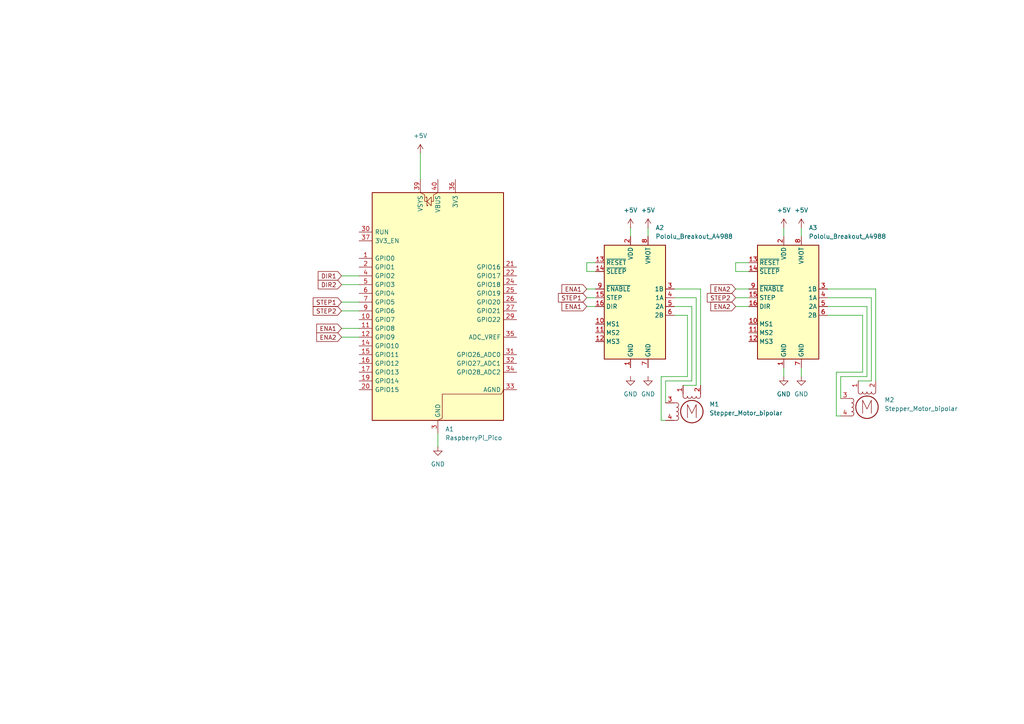
<source format=kicad_sch>
(kicad_sch
	(version 20250114)
	(generator "eeschema")
	(generator_version "9.0")
	(uuid "78040056-c48f-41a6-9f3a-62414e5d9f6d")
	(paper "A4")
	(lib_symbols
		(symbol "Driver_Motor:Pololu_Breakout_A4988"
			(exclude_from_sim no)
			(in_bom yes)
			(on_board yes)
			(property "Reference" "A"
				(at -2.54 19.05 0)
				(effects
					(font
						(size 1.27 1.27)
					)
					(justify right)
				)
			)
			(property "Value" "Pololu_Breakout_A4988"
				(at -2.54 16.51 0)
				(effects
					(font
						(size 1.27 1.27)
					)
					(justify right)
				)
			)
			(property "Footprint" "Module:Pololu_Breakout-16_15.2x20.3mm"
				(at 6.985 -19.05 0)
				(effects
					(font
						(size 1.27 1.27)
					)
					(justify left)
					(hide yes)
				)
			)
			(property "Datasheet" "https://www.pololu.com/product/2980/pictures"
				(at 2.54 -7.62 0)
				(effects
					(font
						(size 1.27 1.27)
					)
					(hide yes)
				)
			)
			(property "Description" "Pololu Breakout Board, Stepper Driver A4988"
				(at 0 0 0)
				(effects
					(font
						(size 1.27 1.27)
					)
					(hide yes)
				)
			)
			(property "ki_keywords" "Pololu Breakout Board Stepper Driver A4988"
				(at 0 0 0)
				(effects
					(font
						(size 1.27 1.27)
					)
					(hide yes)
				)
			)
			(property "ki_fp_filters" "Pololu*Breakout*15.2x20.3mm*"
				(at 0 0 0)
				(effects
					(font
						(size 1.27 1.27)
					)
					(hide yes)
				)
			)
			(symbol "Pololu_Breakout_A4988_0_1"
				(rectangle
					(start 10.16 -17.78)
					(end -7.62 15.24)
					(stroke
						(width 0.254)
						(type default)
					)
					(fill
						(type background)
					)
				)
			)
			(symbol "Pololu_Breakout_A4988_1_1"
				(pin input line
					(at -10.16 10.16 0)
					(length 2.54)
					(name "~{RESET}"
						(effects
							(font
								(size 1.27 1.27)
							)
						)
					)
					(number "13"
						(effects
							(font
								(size 1.27 1.27)
							)
						)
					)
				)
				(pin input line
					(at -10.16 7.62 0)
					(length 2.54)
					(name "~{SLEEP}"
						(effects
							(font
								(size 1.27 1.27)
							)
						)
					)
					(number "14"
						(effects
							(font
								(size 1.27 1.27)
							)
						)
					)
				)
				(pin input line
					(at -10.16 2.54 0)
					(length 2.54)
					(name "~{ENABLE}"
						(effects
							(font
								(size 1.27 1.27)
							)
						)
					)
					(number "9"
						(effects
							(font
								(size 1.27 1.27)
							)
						)
					)
				)
				(pin input line
					(at -10.16 0 0)
					(length 2.54)
					(name "STEP"
						(effects
							(font
								(size 1.27 1.27)
							)
						)
					)
					(number "15"
						(effects
							(font
								(size 1.27 1.27)
							)
						)
					)
				)
				(pin input line
					(at -10.16 -2.54 0)
					(length 2.54)
					(name "DIR"
						(effects
							(font
								(size 1.27 1.27)
							)
						)
					)
					(number "16"
						(effects
							(font
								(size 1.27 1.27)
							)
						)
					)
				)
				(pin input line
					(at -10.16 -7.62 0)
					(length 2.54)
					(name "MS1"
						(effects
							(font
								(size 1.27 1.27)
							)
						)
					)
					(number "10"
						(effects
							(font
								(size 1.27 1.27)
							)
						)
					)
				)
				(pin input line
					(at -10.16 -10.16 0)
					(length 2.54)
					(name "MS2"
						(effects
							(font
								(size 1.27 1.27)
							)
						)
					)
					(number "11"
						(effects
							(font
								(size 1.27 1.27)
							)
						)
					)
				)
				(pin input line
					(at -10.16 -12.7 0)
					(length 2.54)
					(name "MS3"
						(effects
							(font
								(size 1.27 1.27)
							)
						)
					)
					(number "12"
						(effects
							(font
								(size 1.27 1.27)
							)
						)
					)
				)
				(pin power_in line
					(at 0 17.78 270)
					(length 2.54)
					(name "VDD"
						(effects
							(font
								(size 1.27 1.27)
							)
						)
					)
					(number "2"
						(effects
							(font
								(size 1.27 1.27)
							)
						)
					)
				)
				(pin power_in line
					(at 0 -20.32 90)
					(length 2.54)
					(name "GND"
						(effects
							(font
								(size 1.27 1.27)
							)
						)
					)
					(number "1"
						(effects
							(font
								(size 1.27 1.27)
							)
						)
					)
				)
				(pin power_in line
					(at 5.08 17.78 270)
					(length 2.54)
					(name "VMOT"
						(effects
							(font
								(size 1.27 1.27)
							)
						)
					)
					(number "8"
						(effects
							(font
								(size 1.27 1.27)
							)
						)
					)
				)
				(pin power_in line
					(at 5.08 -20.32 90)
					(length 2.54)
					(name "GND"
						(effects
							(font
								(size 1.27 1.27)
							)
						)
					)
					(number "7"
						(effects
							(font
								(size 1.27 1.27)
							)
						)
					)
				)
				(pin output line
					(at 12.7 2.54 180)
					(length 2.54)
					(name "1B"
						(effects
							(font
								(size 1.27 1.27)
							)
						)
					)
					(number "3"
						(effects
							(font
								(size 1.27 1.27)
							)
						)
					)
				)
				(pin output line
					(at 12.7 0 180)
					(length 2.54)
					(name "1A"
						(effects
							(font
								(size 1.27 1.27)
							)
						)
					)
					(number "4"
						(effects
							(font
								(size 1.27 1.27)
							)
						)
					)
				)
				(pin output line
					(at 12.7 -2.54 180)
					(length 2.54)
					(name "2A"
						(effects
							(font
								(size 1.27 1.27)
							)
						)
					)
					(number "5"
						(effects
							(font
								(size 1.27 1.27)
							)
						)
					)
				)
				(pin output line
					(at 12.7 -5.08 180)
					(length 2.54)
					(name "2B"
						(effects
							(font
								(size 1.27 1.27)
							)
						)
					)
					(number "6"
						(effects
							(font
								(size 1.27 1.27)
							)
						)
					)
				)
			)
			(embedded_fonts no)
		)
		(symbol "MCU_Module:RaspberryPi_Pico"
			(pin_names
				(offset 0.762)
			)
			(exclude_from_sim no)
			(in_bom yes)
			(on_board yes)
			(property "Reference" "A"
				(at -19.05 35.56 0)
				(effects
					(font
						(size 1.27 1.27)
					)
					(justify left)
				)
			)
			(property "Value" "RaspberryPi_Pico"
				(at 7.62 35.56 0)
				(effects
					(font
						(size 1.27 1.27)
					)
					(justify left)
				)
			)
			(property "Footprint" "Module:RaspberryPi_Pico_Common_Unspecified"
				(at 0 -46.99 0)
				(effects
					(font
						(size 1.27 1.27)
					)
					(hide yes)
				)
			)
			(property "Datasheet" "https://datasheets.raspberrypi.com/pico/pico-datasheet.pdf"
				(at 0 -49.53 0)
				(effects
					(font
						(size 1.27 1.27)
					)
					(hide yes)
				)
			)
			(property "Description" "Versatile and inexpensive microcontroller module powered by RP2040 dual-core Arm Cortex-M0+ processor up to 133 MHz, 264kB SRAM, 2MB QSPI flash; also supports Raspberry Pi Pico 2"
				(at 0 -52.07 0)
				(effects
					(font
						(size 1.27 1.27)
					)
					(hide yes)
				)
			)
			(property "ki_keywords" "RP2350A M33 RISC-V Hazard3 usb"
				(at 0 0 0)
				(effects
					(font
						(size 1.27 1.27)
					)
					(hide yes)
				)
			)
			(property "ki_fp_filters" "RaspberryPi?Pico?Common* RaspberryPi?Pico?SMD*"
				(at 0 0 0)
				(effects
					(font
						(size 1.27 1.27)
					)
					(hide yes)
				)
			)
			(symbol "RaspberryPi_Pico_0_1"
				(rectangle
					(start -19.05 34.29)
					(end 19.05 -31.75)
					(stroke
						(width 0.254)
						(type default)
					)
					(fill
						(type background)
					)
				)
				(polyline
					(pts
						(xy -5.08 34.29) (xy -3.81 33.655) (xy -3.81 31.75) (xy -3.175 31.75)
					)
					(stroke
						(width 0)
						(type default)
					)
					(fill
						(type none)
					)
				)
				(polyline
					(pts
						(xy -3.429 32.766) (xy -3.429 33.02) (xy -3.175 33.02) (xy -3.175 30.48) (xy -2.921 30.48) (xy -2.921 30.734)
					)
					(stroke
						(width 0)
						(type default)
					)
					(fill
						(type none)
					)
				)
				(polyline
					(pts
						(xy -3.175 31.75) (xy -1.905 33.02) (xy -1.905 30.48) (xy -3.175 31.75)
					)
					(stroke
						(width 0)
						(type default)
					)
					(fill
						(type none)
					)
				)
				(polyline
					(pts
						(xy 0 34.29) (xy -1.27 33.655) (xy -1.27 31.75) (xy -1.905 31.75)
					)
					(stroke
						(width 0)
						(type default)
					)
					(fill
						(type none)
					)
				)
				(polyline
					(pts
						(xy 0 -31.75) (xy 1.27 -31.115) (xy 1.27 -24.13) (xy 18.415 -24.13) (xy 19.05 -22.86)
					)
					(stroke
						(width 0)
						(type default)
					)
					(fill
						(type none)
					)
				)
			)
			(symbol "RaspberryPi_Pico_1_1"
				(pin passive line
					(at -22.86 22.86 0)
					(length 3.81)
					(name "RUN"
						(effects
							(font
								(size 1.27 1.27)
							)
						)
					)
					(number "30"
						(effects
							(font
								(size 1.27 1.27)
							)
						)
					)
					(alternate "~{RESET}" passive line)
				)
				(pin passive line
					(at -22.86 20.32 0)
					(length 3.81)
					(name "3V3_EN"
						(effects
							(font
								(size 1.27 1.27)
							)
						)
					)
					(number "37"
						(effects
							(font
								(size 1.27 1.27)
							)
						)
					)
					(alternate "~{3V3_DISABLE}" passive line)
				)
				(pin bidirectional line
					(at -22.86 15.24 0)
					(length 3.81)
					(name "GPIO0"
						(effects
							(font
								(size 1.27 1.27)
							)
						)
					)
					(number "1"
						(effects
							(font
								(size 1.27 1.27)
							)
						)
					)
					(alternate "I2C0_SDA" bidirectional line)
					(alternate "PWM0_A" output line)
					(alternate "SPI0_RX" input line)
					(alternate "UART0_TX" output line)
					(alternate "USB_OVCUR_DET" input line)
				)
				(pin bidirectional line
					(at -22.86 12.7 0)
					(length 3.81)
					(name "GPIO1"
						(effects
							(font
								(size 1.27 1.27)
							)
						)
					)
					(number "2"
						(effects
							(font
								(size 1.27 1.27)
							)
						)
					)
					(alternate "I2C0_SCL" bidirectional clock)
					(alternate "PWM0_B" bidirectional line)
					(alternate "UART0_RX" input line)
					(alternate "USB_VBUS_DET" passive line)
					(alternate "~{SPI0_CSn}" bidirectional line)
				)
				(pin bidirectional line
					(at -22.86 10.16 0)
					(length 3.81)
					(name "GPIO2"
						(effects
							(font
								(size 1.27 1.27)
							)
						)
					)
					(number "4"
						(effects
							(font
								(size 1.27 1.27)
							)
						)
					)
					(alternate "I2C1_SDA" bidirectional line)
					(alternate "PWM1_A" output line)
					(alternate "SPI0_SCK" bidirectional clock)
					(alternate "UART0_CTS" input line)
					(alternate "USB_VBUS_EN" output line)
				)
				(pin bidirectional line
					(at -22.86 7.62 0)
					(length 3.81)
					(name "GPIO3"
						(effects
							(font
								(size 1.27 1.27)
							)
						)
					)
					(number "5"
						(effects
							(font
								(size 1.27 1.27)
							)
						)
					)
					(alternate "I2C1_SCL" bidirectional clock)
					(alternate "PWM1_B" bidirectional line)
					(alternate "SPI0_TX" output line)
					(alternate "UART0_RTS" output line)
					(alternate "USB_OVCUR_DET" input line)
				)
				(pin bidirectional line
					(at -22.86 5.08 0)
					(length 3.81)
					(name "GPIO4"
						(effects
							(font
								(size 1.27 1.27)
							)
						)
					)
					(number "6"
						(effects
							(font
								(size 1.27 1.27)
							)
						)
					)
					(alternate "I2C0_SDA" bidirectional line)
					(alternate "PWM2_A" output line)
					(alternate "SPI0_RX" input line)
					(alternate "UART1_TX" output line)
					(alternate "USB_VBUS_DET" input line)
				)
				(pin bidirectional line
					(at -22.86 2.54 0)
					(length 3.81)
					(name "GPIO5"
						(effects
							(font
								(size 1.27 1.27)
							)
						)
					)
					(number "7"
						(effects
							(font
								(size 1.27 1.27)
							)
						)
					)
					(alternate "I2C0_SCL" bidirectional clock)
					(alternate "PWM2_B" bidirectional line)
					(alternate "UART1_RX" input line)
					(alternate "USB_VBUS_EN" output line)
					(alternate "~{SPI0_CSn}" bidirectional line)
				)
				(pin bidirectional line
					(at -22.86 0 0)
					(length 3.81)
					(name "GPIO6"
						(effects
							(font
								(size 1.27 1.27)
							)
						)
					)
					(number "9"
						(effects
							(font
								(size 1.27 1.27)
							)
						)
					)
					(alternate "I2C1_SDA" bidirectional line)
					(alternate "PWM3_A" output line)
					(alternate "SPI0_SCK" bidirectional clock)
					(alternate "UART1_CTS" input line)
					(alternate "USB_OVCUR_DET" input line)
				)
				(pin bidirectional line
					(at -22.86 -2.54 0)
					(length 3.81)
					(name "GPIO7"
						(effects
							(font
								(size 1.27 1.27)
							)
						)
					)
					(number "10"
						(effects
							(font
								(size 1.27 1.27)
							)
						)
					)
					(alternate "I2C1_SCL" bidirectional clock)
					(alternate "PWM3_B" bidirectional line)
					(alternate "SPI0_TX" output line)
					(alternate "UART1_RTS" output line)
					(alternate "USB_VBUS_DET" input line)
				)
				(pin bidirectional line
					(at -22.86 -5.08 0)
					(length 3.81)
					(name "GPIO8"
						(effects
							(font
								(size 1.27 1.27)
							)
						)
					)
					(number "11"
						(effects
							(font
								(size 1.27 1.27)
							)
						)
					)
					(alternate "I2C0_SDA" bidirectional line)
					(alternate "PWM4_A" output line)
					(alternate "SPI1_RX" input line)
					(alternate "UART1_TX" output line)
					(alternate "USB_VBUS_EN" output line)
				)
				(pin bidirectional line
					(at -22.86 -7.62 0)
					(length 3.81)
					(name "GPIO9"
						(effects
							(font
								(size 1.27 1.27)
							)
						)
					)
					(number "12"
						(effects
							(font
								(size 1.27 1.27)
							)
						)
					)
					(alternate "I2C0_SCL" bidirectional clock)
					(alternate "PWM4_B" bidirectional line)
					(alternate "UART1_RX" input line)
					(alternate "USB_OVCUR_DET" input line)
					(alternate "~{SPI1_CSn}" bidirectional line)
				)
				(pin bidirectional line
					(at -22.86 -10.16 0)
					(length 3.81)
					(name "GPIO10"
						(effects
							(font
								(size 1.27 1.27)
							)
						)
					)
					(number "14"
						(effects
							(font
								(size 1.27 1.27)
							)
						)
					)
					(alternate "I2C1_SDA" bidirectional line)
					(alternate "PWM5_A" output line)
					(alternate "SPI1_SCK" bidirectional clock)
					(alternate "UART1_CTS" input line)
					(alternate "USB_VBUS_DET" input line)
				)
				(pin bidirectional line
					(at -22.86 -12.7 0)
					(length 3.81)
					(name "GPIO11"
						(effects
							(font
								(size 1.27 1.27)
							)
						)
					)
					(number "15"
						(effects
							(font
								(size 1.27 1.27)
							)
						)
					)
					(alternate "I2C1_SCL" bidirectional clock)
					(alternate "PWM5_B" bidirectional line)
					(alternate "SPI1_TX" output line)
					(alternate "UART1_RTS" output line)
					(alternate "USB_VBUS_EN" output line)
				)
				(pin bidirectional line
					(at -22.86 -15.24 0)
					(length 3.81)
					(name "GPIO12"
						(effects
							(font
								(size 1.27 1.27)
							)
						)
					)
					(number "16"
						(effects
							(font
								(size 1.27 1.27)
							)
						)
					)
					(alternate "I2C0_SDA" bidirectional line)
					(alternate "PWM6_A" output line)
					(alternate "SPI1_RX" input line)
					(alternate "UART0_TX" output line)
					(alternate "USB_OVCUR_DET" input line)
				)
				(pin bidirectional line
					(at -22.86 -17.78 0)
					(length 3.81)
					(name "GPIO13"
						(effects
							(font
								(size 1.27 1.27)
							)
						)
					)
					(number "17"
						(effects
							(font
								(size 1.27 1.27)
							)
						)
					)
					(alternate "I2C0_SCL" bidirectional clock)
					(alternate "PWM6_B" bidirectional line)
					(alternate "UART0_RX" input line)
					(alternate "USB_VBUS_DET" input line)
					(alternate "~{SPI1_CSn}" bidirectional line)
				)
				(pin bidirectional line
					(at -22.86 -20.32 0)
					(length 3.81)
					(name "GPIO14"
						(effects
							(font
								(size 1.27 1.27)
							)
						)
					)
					(number "19"
						(effects
							(font
								(size 1.27 1.27)
							)
						)
					)
					(alternate "I2C1_SDA" bidirectional line)
					(alternate "PWM7_A" output line)
					(alternate "SPI1_SCK" bidirectional clock)
					(alternate "UART0_CTS" input line)
					(alternate "USB_VBUS_EN" output line)
				)
				(pin bidirectional line
					(at -22.86 -22.86 0)
					(length 3.81)
					(name "GPIO15"
						(effects
							(font
								(size 1.27 1.27)
							)
						)
					)
					(number "20"
						(effects
							(font
								(size 1.27 1.27)
							)
						)
					)
					(alternate "I2C1_SCL" bidirectional clock)
					(alternate "PWM7_B" bidirectional line)
					(alternate "SPI1_TX" output line)
					(alternate "UART0_RTS" output line)
					(alternate "USB_OVCUR_DET" input line)
				)
				(pin power_in line
					(at -5.08 38.1 270)
					(length 3.81)
					(name "VSYS"
						(effects
							(font
								(size 1.27 1.27)
							)
						)
					)
					(number "39"
						(effects
							(font
								(size 1.27 1.27)
							)
						)
					)
					(alternate "VSYS_OUT" power_out line)
				)
				(pin power_out line
					(at 0 38.1 270)
					(length 3.81)
					(name "VBUS"
						(effects
							(font
								(size 1.27 1.27)
							)
						)
					)
					(number "40"
						(effects
							(font
								(size 1.27 1.27)
							)
						)
					)
					(alternate "VBUS_IN" power_in line)
				)
				(pin passive line
					(at 0 -35.56 90)
					(length 3.81)
					(hide yes)
					(name "GND"
						(effects
							(font
								(size 1.27 1.27)
							)
						)
					)
					(number "13"
						(effects
							(font
								(size 1.27 1.27)
							)
						)
					)
				)
				(pin passive line
					(at 0 -35.56 90)
					(length 3.81)
					(hide yes)
					(name "GND"
						(effects
							(font
								(size 1.27 1.27)
							)
						)
					)
					(number "18"
						(effects
							(font
								(size 1.27 1.27)
							)
						)
					)
				)
				(pin passive line
					(at 0 -35.56 90)
					(length 3.81)
					(hide yes)
					(name "GND"
						(effects
							(font
								(size 1.27 1.27)
							)
						)
					)
					(number "23"
						(effects
							(font
								(size 1.27 1.27)
							)
						)
					)
				)
				(pin passive line
					(at 0 -35.56 90)
					(length 3.81)
					(hide yes)
					(name "GND"
						(effects
							(font
								(size 1.27 1.27)
							)
						)
					)
					(number "28"
						(effects
							(font
								(size 1.27 1.27)
							)
						)
					)
				)
				(pin power_out line
					(at 0 -35.56 90)
					(length 3.81)
					(name "GND"
						(effects
							(font
								(size 1.27 1.27)
							)
						)
					)
					(number "3"
						(effects
							(font
								(size 1.27 1.27)
							)
						)
					)
					(alternate "GND_IN" power_in line)
				)
				(pin passive line
					(at 0 -35.56 90)
					(length 3.81)
					(hide yes)
					(name "GND"
						(effects
							(font
								(size 1.27 1.27)
							)
						)
					)
					(number "38"
						(effects
							(font
								(size 1.27 1.27)
							)
						)
					)
				)
				(pin passive line
					(at 0 -35.56 90)
					(length 3.81)
					(hide yes)
					(name "GND"
						(effects
							(font
								(size 1.27 1.27)
							)
						)
					)
					(number "8"
						(effects
							(font
								(size 1.27 1.27)
							)
						)
					)
				)
				(pin power_out line
					(at 5.08 38.1 270)
					(length 3.81)
					(name "3V3"
						(effects
							(font
								(size 1.27 1.27)
							)
						)
					)
					(number "36"
						(effects
							(font
								(size 1.27 1.27)
							)
						)
					)
				)
				(pin bidirectional line
					(at 22.86 12.7 180)
					(length 3.81)
					(name "GPIO16"
						(effects
							(font
								(size 1.27 1.27)
							)
						)
					)
					(number "21"
						(effects
							(font
								(size 1.27 1.27)
							)
						)
					)
					(alternate "I2C0_SDA" bidirectional line)
					(alternate "PWM0_A" output line)
					(alternate "SPI0_RX" input line)
					(alternate "UART0_TX" output line)
					(alternate "USB_VBUS_DET" input line)
				)
				(pin bidirectional line
					(at 22.86 10.16 180)
					(length 3.81)
					(name "GPIO17"
						(effects
							(font
								(size 1.27 1.27)
							)
						)
					)
					(number "22"
						(effects
							(font
								(size 1.27 1.27)
							)
						)
					)
					(alternate "I2C0_SCL" bidirectional clock)
					(alternate "PWM0_B" bidirectional line)
					(alternate "UART0_RX" input line)
					(alternate "USB_VBUS_EN" output line)
					(alternate "~{SPI0_CSn}" bidirectional line)
				)
				(pin bidirectional line
					(at 22.86 7.62 180)
					(length 3.81)
					(name "GPIO18"
						(effects
							(font
								(size 1.27 1.27)
							)
						)
					)
					(number "24"
						(effects
							(font
								(size 1.27 1.27)
							)
						)
					)
					(alternate "I2C1_SDA" bidirectional line)
					(alternate "PWM1_A" output line)
					(alternate "SPI0_SCK" bidirectional clock)
					(alternate "UART0_CTS" input line)
					(alternate "USB_OVCUR_DET" input line)
				)
				(pin bidirectional line
					(at 22.86 5.08 180)
					(length 3.81)
					(name "GPIO19"
						(effects
							(font
								(size 1.27 1.27)
							)
						)
					)
					(number "25"
						(effects
							(font
								(size 1.27 1.27)
							)
						)
					)
					(alternate "I2C1_SCL" bidirectional clock)
					(alternate "PWM1_B" bidirectional line)
					(alternate "SPI0_TX" output line)
					(alternate "UART0_RTS" output line)
					(alternate "USB_VBUS_DET" input line)
				)
				(pin bidirectional line
					(at 22.86 2.54 180)
					(length 3.81)
					(name "GPIO20"
						(effects
							(font
								(size 1.27 1.27)
							)
						)
					)
					(number "26"
						(effects
							(font
								(size 1.27 1.27)
							)
						)
					)
					(alternate "CLOCK_GPIN0" input clock)
					(alternate "I2C0_SDA" bidirectional line)
					(alternate "PWM2_A" output line)
					(alternate "SPI0_RX" input line)
					(alternate "UART1_TX" output line)
					(alternate "USB_VBUS_EN" output line)
				)
				(pin bidirectional line
					(at 22.86 0 180)
					(length 3.81)
					(name "GPIO21"
						(effects
							(font
								(size 1.27 1.27)
							)
						)
					)
					(number "27"
						(effects
							(font
								(size 1.27 1.27)
							)
						)
					)
					(alternate "CLOCK_GPOUT0" output clock)
					(alternate "I2C0_SCL" bidirectional clock)
					(alternate "PWM2_B" bidirectional line)
					(alternate "UART1_RX" input line)
					(alternate "USB_OVCUR_DET" input line)
					(alternate "~{SPI0_CSn}" bidirectional line)
				)
				(pin bidirectional line
					(at 22.86 -2.54 180)
					(length 3.81)
					(name "GPIO22"
						(effects
							(font
								(size 1.27 1.27)
							)
						)
					)
					(number "29"
						(effects
							(font
								(size 1.27 1.27)
							)
						)
					)
					(alternate "CLOCK_GPIN1" input clock)
					(alternate "I2C1_SDA" bidirectional line)
					(alternate "PWM3_A" output line)
					(alternate "SPI0_SCK" bidirectional clock)
					(alternate "UART1_CTS" input line)
					(alternate "USB_VBUS_DET" input line)
				)
				(pin power_in line
					(at 22.86 -7.62 180)
					(length 3.81)
					(name "ADC_VREF"
						(effects
							(font
								(size 1.27 1.27)
							)
						)
					)
					(number "35"
						(effects
							(font
								(size 1.27 1.27)
							)
						)
					)
				)
				(pin bidirectional line
					(at 22.86 -12.7 180)
					(length 3.81)
					(name "GPIO26_ADC0"
						(effects
							(font
								(size 1.27 1.27)
							)
						)
					)
					(number "31"
						(effects
							(font
								(size 1.27 1.27)
							)
						)
					)
					(alternate "ADC0" input line)
					(alternate "GPIO26" bidirectional line)
					(alternate "I2C1_SDA" bidirectional line)
					(alternate "PWM5_A" output line)
					(alternate "SPI1_SCK" bidirectional clock)
					(alternate "UART1_CTS" input line)
					(alternate "USB_VBUS_EN" output line)
				)
				(pin bidirectional line
					(at 22.86 -15.24 180)
					(length 3.81)
					(name "GPIO27_ADC1"
						(effects
							(font
								(size 1.27 1.27)
							)
						)
					)
					(number "32"
						(effects
							(font
								(size 1.27 1.27)
							)
						)
					)
					(alternate "ADC1" input line)
					(alternate "GPIO27" bidirectional line)
					(alternate "I2C1_SCL" bidirectional clock)
					(alternate "PWM5_B" bidirectional line)
					(alternate "SPI1_TX" output line)
					(alternate "UART1_RTS" output line)
					(alternate "USB_OVCUR_DET" input line)
				)
				(pin bidirectional line
					(at 22.86 -17.78 180)
					(length 3.81)
					(name "GPIO28_ADC2"
						(effects
							(font
								(size 1.27 1.27)
							)
						)
					)
					(number "34"
						(effects
							(font
								(size 1.27 1.27)
							)
						)
					)
					(alternate "ADC2" input line)
					(alternate "GPIO28" bidirectional line)
					(alternate "I2C0_SDA" bidirectional line)
					(alternate "PWM6_A" output line)
					(alternate "SPI1_RX" input line)
					(alternate "UART0_TX" output line)
					(alternate "USB_VBUS_DET" input line)
				)
				(pin power_out line
					(at 22.86 -22.86 180)
					(length 3.81)
					(name "AGND"
						(effects
							(font
								(size 1.27 1.27)
							)
						)
					)
					(number "33"
						(effects
							(font
								(size 1.27 1.27)
							)
						)
					)
					(alternate "GND" passive line)
				)
			)
			(embedded_fonts no)
		)
		(symbol "Motor:Stepper_Motor_bipolar"
			(pin_names
				(offset 0)
				(hide yes)
			)
			(exclude_from_sim no)
			(in_bom yes)
			(on_board yes)
			(property "Reference" "M"
				(at 3.81 2.54 0)
				(effects
					(font
						(size 1.27 1.27)
					)
					(justify left)
				)
			)
			(property "Value" "Stepper_Motor_bipolar"
				(at 3.81 1.27 0)
				(effects
					(font
						(size 1.27 1.27)
					)
					(justify left top)
				)
			)
			(property "Footprint" ""
				(at 0.254 -0.254 0)
				(effects
					(font
						(size 1.27 1.27)
					)
					(hide yes)
				)
			)
			(property "Datasheet" "http://www.infineon.com/dgdl/Application-Note-TLE8110EE_driving_UniPolarStepperMotor_V1.1.pdf?fileId=db3a30431be39b97011be5d0aa0a00b0"
				(at 0.254 -0.254 0)
				(effects
					(font
						(size 1.27 1.27)
					)
					(hide yes)
				)
			)
			(property "Description" "4-wire bipolar stepper motor"
				(at 0 0 0)
				(effects
					(font
						(size 1.27 1.27)
					)
					(hide yes)
				)
			)
			(property "ki_keywords" "bipolar stepper motor"
				(at 0 0 0)
				(effects
					(font
						(size 1.27 1.27)
					)
					(hide yes)
				)
			)
			(property "ki_fp_filters" "PinHeader*P2.54mm*Vertical* TerminalBlock* Motor*"
				(at 0 0 0)
				(effects
					(font
						(size 1.27 1.27)
					)
					(hide yes)
				)
			)
			(symbol "Stepper_Motor_bipolar_0_0"
				(polyline
					(pts
						(xy -1.27 -1.778) (xy -1.27 2.032) (xy 0 -0.508) (xy 1.27 2.032) (xy 1.27 -1.778)
					)
					(stroke
						(width 0)
						(type default)
					)
					(fill
						(type none)
					)
				)
			)
			(symbol "Stepper_Motor_bipolar_0_1"
				(polyline
					(pts
						(xy -5.08 2.54) (xy -4.445 2.54)
					)
					(stroke
						(width 0)
						(type default)
					)
					(fill
						(type none)
					)
				)
				(polyline
					(pts
						(xy -5.08 -2.54) (xy -4.445 -2.54)
					)
					(stroke
						(width 0)
						(type default)
					)
					(fill
						(type none)
					)
				)
				(arc
					(start -4.445 2.54)
					(mid -3.8127 1.905)
					(end -4.445 1.27)
					(stroke
						(width 0)
						(type default)
					)
					(fill
						(type none)
					)
				)
				(arc
					(start -4.445 1.27)
					(mid -3.8127 0.635)
					(end -4.445 0)
					(stroke
						(width 0)
						(type default)
					)
					(fill
						(type none)
					)
				)
				(arc
					(start -4.445 0)
					(mid -3.8127 -0.635)
					(end -4.445 -1.27)
					(stroke
						(width 0)
						(type default)
					)
					(fill
						(type none)
					)
				)
				(arc
					(start -4.445 -1.27)
					(mid -3.8127 -1.905)
					(end -4.445 -2.54)
					(stroke
						(width 0)
						(type default)
					)
					(fill
						(type none)
					)
				)
				(polyline
					(pts
						(xy -2.54 5.08) (xy -2.54 4.445)
					)
					(stroke
						(width 0)
						(type default)
					)
					(fill
						(type none)
					)
				)
				(arc
					(start -1.27 4.445)
					(mid -1.905 3.8127)
					(end -2.54 4.445)
					(stroke
						(width 0)
						(type default)
					)
					(fill
						(type none)
					)
				)
				(arc
					(start 0 4.445)
					(mid -0.635 3.8127)
					(end -1.27 4.445)
					(stroke
						(width 0)
						(type default)
					)
					(fill
						(type none)
					)
				)
				(circle
					(center 0 0)
					(radius 3.2512)
					(stroke
						(width 0.254)
						(type default)
					)
					(fill
						(type none)
					)
				)
				(arc
					(start 1.27 4.445)
					(mid 0.635 3.8127)
					(end 0 4.445)
					(stroke
						(width 0)
						(type default)
					)
					(fill
						(type none)
					)
				)
				(arc
					(start 2.54 4.445)
					(mid 1.905 3.8127)
					(end 1.27 4.445)
					(stroke
						(width 0)
						(type default)
					)
					(fill
						(type none)
					)
				)
				(polyline
					(pts
						(xy 2.54 5.08) (xy 2.54 4.445)
					)
					(stroke
						(width 0)
						(type default)
					)
					(fill
						(type none)
					)
				)
			)
			(symbol "Stepper_Motor_bipolar_1_1"
				(pin passive line
					(at -7.62 2.54 0)
					(length 2.54)
					(name "~"
						(effects
							(font
								(size 1.27 1.27)
							)
						)
					)
					(number "3"
						(effects
							(font
								(size 1.27 1.27)
							)
						)
					)
				)
				(pin passive line
					(at -7.62 -2.54 0)
					(length 2.54)
					(name "~"
						(effects
							(font
								(size 1.27 1.27)
							)
						)
					)
					(number "4"
						(effects
							(font
								(size 1.27 1.27)
							)
						)
					)
				)
				(pin passive line
					(at -2.54 7.62 270)
					(length 2.54)
					(name "~"
						(effects
							(font
								(size 1.27 1.27)
							)
						)
					)
					(number "1"
						(effects
							(font
								(size 1.27 1.27)
							)
						)
					)
				)
				(pin passive line
					(at 2.54 7.62 270)
					(length 2.54)
					(name "-"
						(effects
							(font
								(size 1.27 1.27)
							)
						)
					)
					(number "2"
						(effects
							(font
								(size 1.27 1.27)
							)
						)
					)
				)
			)
			(embedded_fonts no)
		)
		(symbol "power:+5V"
			(power)
			(pin_numbers
				(hide yes)
			)
			(pin_names
				(offset 0)
				(hide yes)
			)
			(exclude_from_sim no)
			(in_bom yes)
			(on_board yes)
			(property "Reference" "#PWR"
				(at 0 -3.81 0)
				(effects
					(font
						(size 1.27 1.27)
					)
					(hide yes)
				)
			)
			(property "Value" "+5V"
				(at 0 3.556 0)
				(effects
					(font
						(size 1.27 1.27)
					)
				)
			)
			(property "Footprint" ""
				(at 0 0 0)
				(effects
					(font
						(size 1.27 1.27)
					)
					(hide yes)
				)
			)
			(property "Datasheet" ""
				(at 0 0 0)
				(effects
					(font
						(size 1.27 1.27)
					)
					(hide yes)
				)
			)
			(property "Description" "Power symbol creates a global label with name \"+5V\""
				(at 0 0 0)
				(effects
					(font
						(size 1.27 1.27)
					)
					(hide yes)
				)
			)
			(property "ki_keywords" "global power"
				(at 0 0 0)
				(effects
					(font
						(size 1.27 1.27)
					)
					(hide yes)
				)
			)
			(symbol "+5V_0_1"
				(polyline
					(pts
						(xy -0.762 1.27) (xy 0 2.54)
					)
					(stroke
						(width 0)
						(type default)
					)
					(fill
						(type none)
					)
				)
				(polyline
					(pts
						(xy 0 2.54) (xy 0.762 1.27)
					)
					(stroke
						(width 0)
						(type default)
					)
					(fill
						(type none)
					)
				)
				(polyline
					(pts
						(xy 0 0) (xy 0 2.54)
					)
					(stroke
						(width 0)
						(type default)
					)
					(fill
						(type none)
					)
				)
			)
			(symbol "+5V_1_1"
				(pin power_in line
					(at 0 0 90)
					(length 0)
					(name "~"
						(effects
							(font
								(size 1.27 1.27)
							)
						)
					)
					(number "1"
						(effects
							(font
								(size 1.27 1.27)
							)
						)
					)
				)
			)
			(embedded_fonts no)
		)
		(symbol "power:GND"
			(power)
			(pin_numbers
				(hide yes)
			)
			(pin_names
				(offset 0)
				(hide yes)
			)
			(exclude_from_sim no)
			(in_bom yes)
			(on_board yes)
			(property "Reference" "#PWR"
				(at 0 -6.35 0)
				(effects
					(font
						(size 1.27 1.27)
					)
					(hide yes)
				)
			)
			(property "Value" "GND"
				(at 0 -3.81 0)
				(effects
					(font
						(size 1.27 1.27)
					)
				)
			)
			(property "Footprint" ""
				(at 0 0 0)
				(effects
					(font
						(size 1.27 1.27)
					)
					(hide yes)
				)
			)
			(property "Datasheet" ""
				(at 0 0 0)
				(effects
					(font
						(size 1.27 1.27)
					)
					(hide yes)
				)
			)
			(property "Description" "Power symbol creates a global label with name \"GND\" , ground"
				(at 0 0 0)
				(effects
					(font
						(size 1.27 1.27)
					)
					(hide yes)
				)
			)
			(property "ki_keywords" "global power"
				(at 0 0 0)
				(effects
					(font
						(size 1.27 1.27)
					)
					(hide yes)
				)
			)
			(symbol "GND_0_1"
				(polyline
					(pts
						(xy 0 0) (xy 0 -1.27) (xy 1.27 -1.27) (xy 0 -2.54) (xy -1.27 -1.27) (xy 0 -1.27)
					)
					(stroke
						(width 0)
						(type default)
					)
					(fill
						(type none)
					)
				)
			)
			(symbol "GND_1_1"
				(pin power_in line
					(at 0 0 270)
					(length 0)
					(name "~"
						(effects
							(font
								(size 1.27 1.27)
							)
						)
					)
					(number "1"
						(effects
							(font
								(size 1.27 1.27)
							)
						)
					)
				)
			)
			(embedded_fonts no)
		)
	)
	(wire
		(pts
			(xy 99.06 87.63) (xy 104.14 87.63)
		)
		(stroke
			(width 0)
			(type default)
		)
		(uuid "03146ff2-d762-49ca-9c74-0e67e0524c03")
	)
	(wire
		(pts
			(xy 252.73 110.49) (xy 248.92 110.49)
		)
		(stroke
			(width 0)
			(type default)
		)
		(uuid "062bef75-21e5-49aa-9021-c7e325f15173")
	)
	(wire
		(pts
			(xy 170.18 86.36) (xy 172.72 86.36)
		)
		(stroke
			(width 0)
			(type default)
		)
		(uuid "0f749a44-de23-405a-8e60-3d3e5628d622")
	)
	(wire
		(pts
			(xy 170.18 83.82) (xy 172.72 83.82)
		)
		(stroke
			(width 0)
			(type default)
		)
		(uuid "112fc8bf-ed0a-49f3-bfa1-19e80509a256")
	)
	(wire
		(pts
			(xy 170.18 88.9) (xy 172.72 88.9)
		)
		(stroke
			(width 0)
			(type default)
		)
		(uuid "17b22279-f24c-47dc-9968-ee72197bcecf")
	)
	(wire
		(pts
			(xy 232.41 106.68) (xy 232.41 109.22)
		)
		(stroke
			(width 0)
			(type default)
		)
		(uuid "235fe36f-b6a3-4333-a53f-7e50b162b82a")
	)
	(wire
		(pts
			(xy 195.58 86.36) (xy 201.93 86.36)
		)
		(stroke
			(width 0)
			(type default)
		)
		(uuid "2a069ef8-9d11-4b83-bbf6-23bb5f702567")
	)
	(wire
		(pts
			(xy 182.88 66.04) (xy 182.88 68.58)
		)
		(stroke
			(width 0)
			(type default)
		)
		(uuid "3285f521-b976-4768-8f25-80b055116594")
	)
	(wire
		(pts
			(xy 227.33 66.04) (xy 227.33 68.58)
		)
		(stroke
			(width 0)
			(type default)
		)
		(uuid "3842df3d-ad74-406b-99b7-f8a11292cac6")
	)
	(wire
		(pts
			(xy 199.39 109.22) (xy 191.77 109.22)
		)
		(stroke
			(width 0)
			(type default)
		)
		(uuid "3a79551e-c68e-4751-9d6f-02aba46b40a9")
	)
	(wire
		(pts
			(xy 240.03 88.9) (xy 251.46 88.9)
		)
		(stroke
			(width 0)
			(type default)
		)
		(uuid "45329afc-fedd-438a-aa17-cbb50005a451")
	)
	(wire
		(pts
			(xy 227.33 106.68) (xy 227.33 109.22)
		)
		(stroke
			(width 0)
			(type default)
		)
		(uuid "46d88a78-d404-492a-b71d-c41ea63058fe")
	)
	(wire
		(pts
			(xy 251.46 109.22) (xy 243.84 109.22)
		)
		(stroke
			(width 0)
			(type default)
		)
		(uuid "47732041-fe42-4901-837b-b4ace4a878bd")
	)
	(wire
		(pts
			(xy 250.19 107.95) (xy 242.57 107.95)
		)
		(stroke
			(width 0)
			(type default)
		)
		(uuid "4be439e4-2aa0-4ead-b9f0-e06a047130fb")
	)
	(wire
		(pts
			(xy 195.58 91.44) (xy 199.39 91.44)
		)
		(stroke
			(width 0)
			(type default)
		)
		(uuid "4efe5ca1-4f31-4bae-b607-f4cf86bab0d6")
	)
	(wire
		(pts
			(xy 243.84 109.22) (xy 243.84 115.57)
		)
		(stroke
			(width 0)
			(type default)
		)
		(uuid "54113e7c-30cb-4408-baca-ff07602ecf36")
	)
	(wire
		(pts
			(xy 240.03 83.82) (xy 254 83.82)
		)
		(stroke
			(width 0)
			(type default)
		)
		(uuid "5cbf5a91-8cec-4b4e-b08b-6dcd5438f312")
	)
	(wire
		(pts
			(xy 240.03 86.36) (xy 252.73 86.36)
		)
		(stroke
			(width 0)
			(type default)
		)
		(uuid "66a21a6b-a98b-484b-baa9-5b6a8ba4670b")
	)
	(wire
		(pts
			(xy 254 83.82) (xy 254 110.49)
		)
		(stroke
			(width 0)
			(type default)
		)
		(uuid "6a60f20e-344f-44cd-8729-cb93cadce234")
	)
	(wire
		(pts
			(xy 127 125.73) (xy 127 129.54)
		)
		(stroke
			(width 0)
			(type default)
		)
		(uuid "711a34d1-a0fe-4977-87ba-b0b788ed29de")
	)
	(wire
		(pts
			(xy 203.2 83.82) (xy 203.2 111.76)
		)
		(stroke
			(width 0)
			(type default)
		)
		(uuid "7619e3ac-2568-443b-b441-ee86b8b2dd35")
	)
	(wire
		(pts
			(xy 251.46 88.9) (xy 251.46 109.22)
		)
		(stroke
			(width 0)
			(type default)
		)
		(uuid "77bd5b64-97d3-4175-a72f-400424b035f4")
	)
	(wire
		(pts
			(xy 201.93 111.76) (xy 198.12 111.76)
		)
		(stroke
			(width 0)
			(type default)
		)
		(uuid "7c6793fd-8f99-49f4-bd3c-eb3d72cdc265")
	)
	(wire
		(pts
			(xy 250.19 91.44) (xy 250.19 107.95)
		)
		(stroke
			(width 0)
			(type default)
		)
		(uuid "81d06f34-ba9e-4d95-a77d-4f2162f1efee")
	)
	(wire
		(pts
			(xy 191.77 109.22) (xy 191.77 121.92)
		)
		(stroke
			(width 0)
			(type default)
		)
		(uuid "88818473-09f6-4703-825b-4fb2f5b5f6c4")
	)
	(wire
		(pts
			(xy 213.36 88.9) (xy 217.17 88.9)
		)
		(stroke
			(width 0)
			(type default)
		)
		(uuid "8f6d46ac-85f0-4b32-a056-01f28ce925c7")
	)
	(wire
		(pts
			(xy 213.36 86.36) (xy 217.17 86.36)
		)
		(stroke
			(width 0)
			(type default)
		)
		(uuid "91782dc0-412d-4760-9580-1ea1c246a69a")
	)
	(wire
		(pts
			(xy 99.06 95.25) (xy 104.14 95.25)
		)
		(stroke
			(width 0)
			(type default)
		)
		(uuid "93d953db-8bb7-4149-8278-a33a59947ab1")
	)
	(wire
		(pts
			(xy 121.92 44.45) (xy 121.92 52.07)
		)
		(stroke
			(width 0)
			(type default)
		)
		(uuid "96bfd172-e441-4340-a05a-74d74c8f3da5")
	)
	(wire
		(pts
			(xy 99.06 82.55) (xy 104.14 82.55)
		)
		(stroke
			(width 0)
			(type default)
		)
		(uuid "98bc4876-d8c2-4e9b-a92a-636b98c73dfa")
	)
	(wire
		(pts
			(xy 99.06 90.17) (xy 104.14 90.17)
		)
		(stroke
			(width 0)
			(type default)
		)
		(uuid "9d69198b-b45f-47a1-9026-ba9c2378588c")
	)
	(wire
		(pts
			(xy 195.58 88.9) (xy 200.66 88.9)
		)
		(stroke
			(width 0)
			(type default)
		)
		(uuid "a2565005-ff95-44e4-98ac-85b9d6df1beb")
	)
	(wire
		(pts
			(xy 232.41 66.04) (xy 232.41 68.58)
		)
		(stroke
			(width 0)
			(type default)
		)
		(uuid "a85b1ff9-37f4-4327-907b-d2572f3e7140")
	)
	(wire
		(pts
			(xy 242.57 107.95) (xy 242.57 120.65)
		)
		(stroke
			(width 0)
			(type default)
		)
		(uuid "abeac88b-64e5-403f-95cc-785c0c30c8c5")
	)
	(wire
		(pts
			(xy 200.66 110.49) (xy 193.04 110.49)
		)
		(stroke
			(width 0)
			(type default)
		)
		(uuid "b80a6292-afc6-47e6-91a7-3ea9be6cbb43")
	)
	(wire
		(pts
			(xy 213.36 76.2) (xy 213.36 78.74)
		)
		(stroke
			(width 0)
			(type default)
		)
		(uuid "bbcf552a-2a25-4307-9b96-88384ac011ce")
	)
	(wire
		(pts
			(xy 240.03 91.44) (xy 250.19 91.44)
		)
		(stroke
			(width 0)
			(type default)
		)
		(uuid "bce15c57-c80d-444b-8471-06e696229136")
	)
	(wire
		(pts
			(xy 217.17 76.2) (xy 213.36 76.2)
		)
		(stroke
			(width 0)
			(type default)
		)
		(uuid "d0df5782-5ca3-4bb1-b516-3d517e45b8b3")
	)
	(wire
		(pts
			(xy 200.66 88.9) (xy 200.66 110.49)
		)
		(stroke
			(width 0)
			(type default)
		)
		(uuid "d28dcc99-19d8-4cfc-88b9-7d6c3f08917e")
	)
	(wire
		(pts
			(xy 99.06 97.79) (xy 104.14 97.79)
		)
		(stroke
			(width 0)
			(type default)
		)
		(uuid "d644b3d0-1815-4cf4-8f73-55ce2fe60975")
	)
	(wire
		(pts
			(xy 187.96 66.04) (xy 187.96 68.58)
		)
		(stroke
			(width 0)
			(type default)
		)
		(uuid "d873e868-c7b3-41d3-b432-228b49fac609")
	)
	(wire
		(pts
			(xy 242.57 120.65) (xy 243.84 120.65)
		)
		(stroke
			(width 0)
			(type default)
		)
		(uuid "d9a61423-b188-434f-b753-31cdc5558e29")
	)
	(wire
		(pts
			(xy 170.18 78.74) (xy 170.18 76.2)
		)
		(stroke
			(width 0)
			(type default)
		)
		(uuid "d9c2cb15-32d1-46a0-aaa2-34c81e362eb7")
	)
	(wire
		(pts
			(xy 195.58 83.82) (xy 203.2 83.82)
		)
		(stroke
			(width 0)
			(type default)
		)
		(uuid "dda8ad00-fd4a-4f92-b190-87db9ac38e8e")
	)
	(wire
		(pts
			(xy 193.04 110.49) (xy 193.04 116.84)
		)
		(stroke
			(width 0)
			(type default)
		)
		(uuid "dfae7c79-a768-4051-a1a4-da7faa3b342a")
	)
	(wire
		(pts
			(xy 213.36 83.82) (xy 217.17 83.82)
		)
		(stroke
			(width 0)
			(type default)
		)
		(uuid "e091c192-30c1-4735-a53a-7960e3a0723c")
	)
	(wire
		(pts
			(xy 213.36 78.74) (xy 217.17 78.74)
		)
		(stroke
			(width 0)
			(type default)
		)
		(uuid "e2e6ceb2-b9de-42be-ab66-c67a9ee2338b")
	)
	(wire
		(pts
			(xy 191.77 121.92) (xy 193.04 121.92)
		)
		(stroke
			(width 0)
			(type default)
		)
		(uuid "e65c5fcc-f32d-43b2-a68c-6c879736c272")
	)
	(wire
		(pts
			(xy 99.06 80.01) (xy 104.14 80.01)
		)
		(stroke
			(width 0)
			(type default)
		)
		(uuid "e79003dc-8264-4476-bbde-f4fd1dfa3397")
	)
	(wire
		(pts
			(xy 199.39 91.44) (xy 199.39 109.22)
		)
		(stroke
			(width 0)
			(type default)
		)
		(uuid "ecbfc33d-b85e-4693-a624-5fdbefb52c92")
	)
	(wire
		(pts
			(xy 252.73 86.36) (xy 252.73 110.49)
		)
		(stroke
			(width 0)
			(type default)
		)
		(uuid "eedc48ab-acd7-4d66-bd30-abdacb0f452a")
	)
	(wire
		(pts
			(xy 172.72 78.74) (xy 170.18 78.74)
		)
		(stroke
			(width 0)
			(type default)
		)
		(uuid "f0fda6bd-e98d-4085-b3e5-936ac6cdcb2c")
	)
	(wire
		(pts
			(xy 201.93 86.36) (xy 201.93 111.76)
		)
		(stroke
			(width 0)
			(type default)
		)
		(uuid "fda6bca5-f102-4df3-be90-99003a4adceb")
	)
	(wire
		(pts
			(xy 170.18 76.2) (xy 172.72 76.2)
		)
		(stroke
			(width 0)
			(type default)
		)
		(uuid "ff846569-cfd4-406f-ba7b-6cdeff69a255")
	)
	(global_label "STEP2"
		(shape input)
		(at 99.06 90.17 180)
		(fields_autoplaced yes)
		(effects
			(font
				(size 1.27 1.27)
			)
			(justify right)
		)
		(uuid "04ca8598-d0a6-4a93-9346-f25c0212e6b6")
		(property "Intersheetrefs" "${INTERSHEET_REFS}"
			(at 90.2692 90.17 0)
			(effects
				(font
					(size 1.27 1.27)
				)
				(justify right)
				(hide yes)
			)
		)
	)
	(global_label "STEP2"
		(shape input)
		(at 213.36 86.36 180)
		(fields_autoplaced yes)
		(effects
			(font
				(size 1.27 1.27)
			)
			(justify right)
		)
		(uuid "12dc0015-798f-467a-8462-1d1e0ebf0f69")
		(property "Intersheetrefs" "${INTERSHEET_REFS}"
			(at 204.5692 86.36 0)
			(effects
				(font
					(size 1.27 1.27)
				)
				(justify right)
				(hide yes)
			)
		)
	)
	(global_label "ENA2"
		(shape input)
		(at 99.06 97.79 180)
		(fields_autoplaced yes)
		(effects
			(font
				(size 1.27 1.27)
			)
			(justify right)
		)
		(uuid "1d2842cf-9dbc-48a9-9bd9-3683e86fda9f")
		(property "Intersheetrefs" "${INTERSHEET_REFS}"
			(at 91.2972 97.79 0)
			(effects
				(font
					(size 1.27 1.27)
				)
				(justify right)
				(hide yes)
			)
		)
	)
	(global_label "STEP1"
		(shape input)
		(at 170.18 86.36 180)
		(fields_autoplaced yes)
		(effects
			(font
				(size 1.27 1.27)
			)
			(justify right)
		)
		(uuid "3e8ca1ac-87d5-4905-bbb9-e7e4e938b1d0")
		(property "Intersheetrefs" "${INTERSHEET_REFS}"
			(at 161.3892 86.36 0)
			(effects
				(font
					(size 1.27 1.27)
				)
				(justify right)
				(hide yes)
			)
		)
	)
	(global_label "DIR2"
		(shape input)
		(at 99.06 82.55 180)
		(fields_autoplaced yes)
		(effects
			(font
				(size 1.27 1.27)
			)
			(justify right)
		)
		(uuid "489ef757-a704-44eb-9042-f19f933fe3d2")
		(property "Intersheetrefs" "${INTERSHEET_REFS}"
			(at 91.7205 82.55 0)
			(effects
				(font
					(size 1.27 1.27)
				)
				(justify right)
				(hide yes)
			)
		)
	)
	(global_label "ENA2"
		(shape input)
		(at 213.36 88.9 180)
		(fields_autoplaced yes)
		(effects
			(font
				(size 1.27 1.27)
			)
			(justify right)
		)
		(uuid "5ed73301-7b19-481c-a8d0-cdfcde54b1fc")
		(property "Intersheetrefs" "${INTERSHEET_REFS}"
			(at 205.5972 88.9 0)
			(effects
				(font
					(size 1.27 1.27)
				)
				(justify right)
				(hide yes)
			)
		)
	)
	(global_label "ENA1"
		(shape input)
		(at 170.18 88.9 180)
		(fields_autoplaced yes)
		(effects
			(font
				(size 1.27 1.27)
			)
			(justify right)
		)
		(uuid "64a9b7b7-0393-4da3-b4f6-e55d9be06d7b")
		(property "Intersheetrefs" "${INTERSHEET_REFS}"
			(at 162.4172 88.9 0)
			(effects
				(font
					(size 1.27 1.27)
				)
				(justify right)
				(hide yes)
			)
		)
	)
	(global_label "ENA1"
		(shape input)
		(at 99.06 95.25 180)
		(fields_autoplaced yes)
		(effects
			(font
				(size 1.27 1.27)
			)
			(justify right)
		)
		(uuid "8735b85e-cdc3-4d08-a124-58ddc5e337a4")
		(property "Intersheetrefs" "${INTERSHEET_REFS}"
			(at 91.2972 95.25 0)
			(effects
				(font
					(size 1.27 1.27)
				)
				(justify right)
				(hide yes)
			)
		)
	)
	(global_label "ENA1"
		(shape input)
		(at 170.18 83.82 180)
		(fields_autoplaced yes)
		(effects
			(font
				(size 1.27 1.27)
			)
			(justify right)
		)
		(uuid "9317266b-f5a8-424c-88db-51bd1dec258a")
		(property "Intersheetrefs" "${INTERSHEET_REFS}"
			(at 162.4172 83.82 0)
			(effects
				(font
					(size 1.27 1.27)
				)
				(justify right)
				(hide yes)
			)
		)
	)
	(global_label "DIR1"
		(shape input)
		(at 99.06 80.01 180)
		(fields_autoplaced yes)
		(effects
			(font
				(size 1.27 1.27)
			)
			(justify right)
		)
		(uuid "af7b413d-d140-4c29-9275-1d7f7df9fef6")
		(property "Intersheetrefs" "${INTERSHEET_REFS}"
			(at 91.7205 80.01 0)
			(effects
				(font
					(size 1.27 1.27)
				)
				(justify right)
				(hide yes)
			)
		)
	)
	(global_label "ENA2"
		(shape input)
		(at 213.36 83.82 180)
		(fields_autoplaced yes)
		(effects
			(font
				(size 1.27 1.27)
			)
			(justify right)
		)
		(uuid "d2cb1073-cc72-4d0a-873c-f76d068d235a")
		(property "Intersheetrefs" "${INTERSHEET_REFS}"
			(at 205.5972 83.82 0)
			(effects
				(font
					(size 1.27 1.27)
				)
				(justify right)
				(hide yes)
			)
		)
	)
	(global_label "STEP1"
		(shape input)
		(at 99.06 87.63 180)
		(fields_autoplaced yes)
		(effects
			(font
				(size 1.27 1.27)
			)
			(justify right)
		)
		(uuid "f9ca5b33-83db-4364-a92f-3468c81e0d55")
		(property "Intersheetrefs" "${INTERSHEET_REFS}"
			(at 90.2692 87.63 0)
			(effects
				(font
					(size 1.27 1.27)
				)
				(justify right)
				(hide yes)
			)
		)
	)
	(symbol
		(lib_id "power:GND")
		(at 127 129.54 0)
		(unit 1)
		(exclude_from_sim no)
		(in_bom yes)
		(on_board yes)
		(dnp no)
		(fields_autoplaced yes)
		(uuid "224dda8c-a9f8-492f-9e72-ebbda0334447")
		(property "Reference" "#PWR02"
			(at 127 135.89 0)
			(effects
				(font
					(size 1.27 1.27)
				)
				(hide yes)
			)
		)
		(property "Value" "GND"
			(at 127 134.62 0)
			(effects
				(font
					(size 1.27 1.27)
				)
			)
		)
		(property "Footprint" ""
			(at 127 129.54 0)
			(effects
				(font
					(size 1.27 1.27)
				)
				(hide yes)
			)
		)
		(property "Datasheet" ""
			(at 127 129.54 0)
			(effects
				(font
					(size 1.27 1.27)
				)
				(hide yes)
			)
		)
		(property "Description" "Power symbol creates a global label with name \"GND\" , ground"
			(at 127 129.54 0)
			(effects
				(font
					(size 1.27 1.27)
				)
				(hide yes)
			)
		)
		(pin "1"
			(uuid "eeb762ed-eeb5-4fe8-8ccc-afcd055b3916")
		)
		(instances
			(project ""
				(path "/78040056-c48f-41a6-9f3a-62414e5d9f6d"
					(reference "#PWR02")
					(unit 1)
				)
			)
		)
	)
	(symbol
		(lib_id "power:+5V")
		(at 121.92 44.45 0)
		(unit 1)
		(exclude_from_sim no)
		(in_bom yes)
		(on_board yes)
		(dnp no)
		(fields_autoplaced yes)
		(uuid "6f0b8e63-78b8-4912-9a2f-7a3fe18fd89e")
		(property "Reference" "#PWR01"
			(at 121.92 48.26 0)
			(effects
				(font
					(size 1.27 1.27)
				)
				(hide yes)
			)
		)
		(property "Value" "+5V"
			(at 121.92 39.37 0)
			(effects
				(font
					(size 1.27 1.27)
				)
			)
		)
		(property "Footprint" ""
			(at 121.92 44.45 0)
			(effects
				(font
					(size 1.27 1.27)
				)
				(hide yes)
			)
		)
		(property "Datasheet" ""
			(at 121.92 44.45 0)
			(effects
				(font
					(size 1.27 1.27)
				)
				(hide yes)
			)
		)
		(property "Description" "Power symbol creates a global label with name \"+5V\""
			(at 121.92 44.45 0)
			(effects
				(font
					(size 1.27 1.27)
				)
				(hide yes)
			)
		)
		(pin "1"
			(uuid "3e83b8cc-acdc-48cd-a7c0-226036bac4e5")
		)
		(instances
			(project ""
				(path "/78040056-c48f-41a6-9f3a-62414e5d9f6d"
					(reference "#PWR01")
					(unit 1)
				)
			)
		)
	)
	(symbol
		(lib_id "power:GND")
		(at 232.41 109.22 0)
		(unit 1)
		(exclude_from_sim no)
		(in_bom yes)
		(on_board yes)
		(dnp no)
		(fields_autoplaced yes)
		(uuid "87e9ac8e-10be-477b-89c1-370fb4d9a7e6")
		(property "Reference" "#PWR010"
			(at 232.41 115.57 0)
			(effects
				(font
					(size 1.27 1.27)
				)
				(hide yes)
			)
		)
		(property "Value" "GND"
			(at 232.41 114.3 0)
			(effects
				(font
					(size 1.27 1.27)
				)
			)
		)
		(property "Footprint" ""
			(at 232.41 109.22 0)
			(effects
				(font
					(size 1.27 1.27)
				)
				(hide yes)
			)
		)
		(property "Datasheet" ""
			(at 232.41 109.22 0)
			(effects
				(font
					(size 1.27 1.27)
				)
				(hide yes)
			)
		)
		(property "Description" "Power symbol creates a global label with name \"GND\" , ground"
			(at 232.41 109.22 0)
			(effects
				(font
					(size 1.27 1.27)
				)
				(hide yes)
			)
		)
		(pin "1"
			(uuid "69b414d0-357b-4593-8892-ec49a546d751")
		)
		(instances
			(project "toilet"
				(path "/78040056-c48f-41a6-9f3a-62414e5d9f6d"
					(reference "#PWR010")
					(unit 1)
				)
			)
		)
	)
	(symbol
		(lib_id "power:GND")
		(at 227.33 109.22 0)
		(unit 1)
		(exclude_from_sim no)
		(in_bom yes)
		(on_board yes)
		(dnp no)
		(fields_autoplaced yes)
		(uuid "887eee70-05df-46be-b868-4370d3118272")
		(property "Reference" "#PWR09"
			(at 227.33 115.57 0)
			(effects
				(font
					(size 1.27 1.27)
				)
				(hide yes)
			)
		)
		(property "Value" "GND"
			(at 227.33 114.3 0)
			(effects
				(font
					(size 1.27 1.27)
				)
			)
		)
		(property "Footprint" ""
			(at 227.33 109.22 0)
			(effects
				(font
					(size 1.27 1.27)
				)
				(hide yes)
			)
		)
		(property "Datasheet" ""
			(at 227.33 109.22 0)
			(effects
				(font
					(size 1.27 1.27)
				)
				(hide yes)
			)
		)
		(property "Description" "Power symbol creates a global label with name \"GND\" , ground"
			(at 227.33 109.22 0)
			(effects
				(font
					(size 1.27 1.27)
				)
				(hide yes)
			)
		)
		(pin "1"
			(uuid "3ede5631-5d44-410b-9f12-3b86359939e0")
		)
		(instances
			(project "toilet"
				(path "/78040056-c48f-41a6-9f3a-62414e5d9f6d"
					(reference "#PWR09")
					(unit 1)
				)
			)
		)
	)
	(symbol
		(lib_id "Driver_Motor:Pololu_Breakout_A4988")
		(at 182.88 86.36 0)
		(unit 1)
		(exclude_from_sim no)
		(in_bom yes)
		(on_board yes)
		(dnp no)
		(fields_autoplaced yes)
		(uuid "8c73288d-5d3c-432f-9cf9-d3f51f7342a3")
		(property "Reference" "A2"
			(at 190.1033 66.04 0)
			(effects
				(font
					(size 1.27 1.27)
				)
				(justify left)
			)
		)
		(property "Value" "Pololu_Breakout_A4988"
			(at 190.1033 68.58 0)
			(effects
				(font
					(size 1.27 1.27)
				)
				(justify left)
			)
		)
		(property "Footprint" "Module:Pololu_Breakout-16_15.2x20.3mm"
			(at 189.865 105.41 0)
			(effects
				(font
					(size 1.27 1.27)
				)
				(justify left)
				(hide yes)
			)
		)
		(property "Datasheet" "https://www.pololu.com/product/2980/pictures"
			(at 185.42 93.98 0)
			(effects
				(font
					(size 1.27 1.27)
				)
				(hide yes)
			)
		)
		(property "Description" "Pololu Breakout Board, Stepper Driver A4988"
			(at 182.88 86.36 0)
			(effects
				(font
					(size 1.27 1.27)
				)
				(hide yes)
			)
		)
		(pin "5"
			(uuid "dee607e7-2574-4306-9b04-dcdc18bb1d9a")
		)
		(pin "13"
			(uuid "42afd4a1-8f13-4bfd-baa8-8f1b52e78a0f")
		)
		(pin "16"
			(uuid "f08ecb02-bec1-46eb-959a-4c4252de43f3")
		)
		(pin "3"
			(uuid "d133c0c2-f906-4a6d-b416-1fcd4d61d5ac")
		)
		(pin "10"
			(uuid "86aa1b65-e36d-4b20-9958-61364f9a5780")
		)
		(pin "7"
			(uuid "430588ae-b107-4c7b-aadb-51c3a64770ae")
		)
		(pin "15"
			(uuid "765dea70-0387-4d83-bfbd-fd65b20c6f22")
		)
		(pin "6"
			(uuid "33214129-425a-4001-ac1a-5b2c8b9ce45c")
		)
		(pin "1"
			(uuid "7ee6cba9-192b-4a70-9377-216797f82360")
		)
		(pin "2"
			(uuid "df174c05-df2c-4c86-b2eb-58839f12f0c3")
		)
		(pin "4"
			(uuid "80665366-2bfb-46e0-8d53-28cbb3d81b56")
		)
		(pin "14"
			(uuid "178e376a-af4f-488a-a647-cf4de0964f8d")
		)
		(pin "11"
			(uuid "06f1b581-9dc7-49c3-8522-af44d3c36096")
		)
		(pin "8"
			(uuid "66d0a22c-4f29-4c58-befc-cca2a03717a9")
		)
		(pin "12"
			(uuid "c54e0dd8-84b3-4976-8ff1-117f69c92cbe")
		)
		(pin "9"
			(uuid "cbf21a37-c192-4aa9-878e-67b19cc092f9")
		)
		(instances
			(project ""
				(path "/78040056-c48f-41a6-9f3a-62414e5d9f6d"
					(reference "A2")
					(unit 1)
				)
			)
		)
	)
	(symbol
		(lib_id "power:GND")
		(at 182.88 109.22 0)
		(unit 1)
		(exclude_from_sim no)
		(in_bom yes)
		(on_board yes)
		(dnp no)
		(fields_autoplaced yes)
		(uuid "92c83e99-7376-461c-9933-7e344cf8f034")
		(property "Reference" "#PWR07"
			(at 182.88 115.57 0)
			(effects
				(font
					(size 1.27 1.27)
				)
				(hide yes)
			)
		)
		(property "Value" "GND"
			(at 182.88 114.3 0)
			(effects
				(font
					(size 1.27 1.27)
				)
			)
		)
		(property "Footprint" ""
			(at 182.88 109.22 0)
			(effects
				(font
					(size 1.27 1.27)
				)
				(hide yes)
			)
		)
		(property "Datasheet" ""
			(at 182.88 109.22 0)
			(effects
				(font
					(size 1.27 1.27)
				)
				(hide yes)
			)
		)
		(property "Description" "Power symbol creates a global label with name \"GND\" , ground"
			(at 182.88 109.22 0)
			(effects
				(font
					(size 1.27 1.27)
				)
				(hide yes)
			)
		)
		(pin "1"
			(uuid "ca6e026d-92c1-4f2c-a091-b9ffcf537f54")
		)
		(instances
			(project "toilet"
				(path "/78040056-c48f-41a6-9f3a-62414e5d9f6d"
					(reference "#PWR07")
					(unit 1)
				)
			)
		)
	)
	(symbol
		(lib_id "power:GND")
		(at 187.96 109.22 0)
		(unit 1)
		(exclude_from_sim no)
		(in_bom yes)
		(on_board yes)
		(dnp no)
		(fields_autoplaced yes)
		(uuid "9b6432c7-c5c0-4dd4-852e-cdd772e61e6b")
		(property "Reference" "#PWR08"
			(at 187.96 115.57 0)
			(effects
				(font
					(size 1.27 1.27)
				)
				(hide yes)
			)
		)
		(property "Value" "GND"
			(at 187.96 114.3 0)
			(effects
				(font
					(size 1.27 1.27)
				)
			)
		)
		(property "Footprint" ""
			(at 187.96 109.22 0)
			(effects
				(font
					(size 1.27 1.27)
				)
				(hide yes)
			)
		)
		(property "Datasheet" ""
			(at 187.96 109.22 0)
			(effects
				(font
					(size 1.27 1.27)
				)
				(hide yes)
			)
		)
		(property "Description" "Power symbol creates a global label with name \"GND\" , ground"
			(at 187.96 109.22 0)
			(effects
				(font
					(size 1.27 1.27)
				)
				(hide yes)
			)
		)
		(pin "1"
			(uuid "0ef5d1ea-490b-4954-a4cd-83e82a5c223c")
		)
		(instances
			(project "toilet"
				(path "/78040056-c48f-41a6-9f3a-62414e5d9f6d"
					(reference "#PWR08")
					(unit 1)
				)
			)
		)
	)
	(symbol
		(lib_id "Driver_Motor:Pololu_Breakout_A4988")
		(at 227.33 86.36 0)
		(unit 1)
		(exclude_from_sim no)
		(in_bom yes)
		(on_board yes)
		(dnp no)
		(fields_autoplaced yes)
		(uuid "ae3d5cd8-8c03-426a-9c8f-85067c6d6e6c")
		(property "Reference" "A3"
			(at 234.5533 66.04 0)
			(effects
				(font
					(size 1.27 1.27)
				)
				(justify left)
			)
		)
		(property "Value" "Pololu_Breakout_A4988"
			(at 234.5533 68.58 0)
			(effects
				(font
					(size 1.27 1.27)
				)
				(justify left)
			)
		)
		(property "Footprint" "Module:Pololu_Breakout-16_15.2x20.3mm"
			(at 234.315 105.41 0)
			(effects
				(font
					(size 1.27 1.27)
				)
				(justify left)
				(hide yes)
			)
		)
		(property "Datasheet" "https://www.pololu.com/product/2980/pictures"
			(at 229.87 93.98 0)
			(effects
				(font
					(size 1.27 1.27)
				)
				(hide yes)
			)
		)
		(property "Description" "Pololu Breakout Board, Stepper Driver A4988"
			(at 227.33 86.36 0)
			(effects
				(font
					(size 1.27 1.27)
				)
				(hide yes)
			)
		)
		(pin "14"
			(uuid "35cf93ce-c12c-43f7-a83c-87ffd1617dbb")
		)
		(pin "1"
			(uuid "f1beba7b-962c-4436-b55f-2cb632376bb4")
		)
		(pin "12"
			(uuid "58112a2a-b152-4efa-9241-eec73e04b058")
		)
		(pin "15"
			(uuid "660dc36c-895f-4ceb-bd87-42c92dd15898")
		)
		(pin "16"
			(uuid "81ef48e2-569d-404c-af21-d2f57dd49d8e")
		)
		(pin "7"
			(uuid "58f6478d-bb3a-4118-a7d8-fa0a94581e94")
		)
		(pin "3"
			(uuid "f66e5e81-3659-45d4-8122-b56039d6c337")
		)
		(pin "8"
			(uuid "9e0e5fd5-782d-4ce2-9d97-6a5015ed97ae")
		)
		(pin "5"
			(uuid "072877ed-f6d7-4acf-9d51-68d2bab16b3d")
		)
		(pin "10"
			(uuid "2d480b37-ca98-4eac-8497-a28fb51b62b3")
		)
		(pin "9"
			(uuid "ef0955ae-d57e-4543-a955-e4e715c964c8")
		)
		(pin "2"
			(uuid "b283ee01-9501-464b-a2ea-1bd7fbc4ae96")
		)
		(pin "13"
			(uuid "b6357938-d508-444f-b544-8fadb015d80c")
		)
		(pin "11"
			(uuid "2ea0862c-d884-4d3d-b42e-9d58e0e759df")
		)
		(pin "4"
			(uuid "71020720-24ed-4042-9e44-34eafaa4b1d4")
		)
		(pin "6"
			(uuid "c5dc6c70-c864-4f56-acae-dca37556c01d")
		)
		(instances
			(project ""
				(path "/78040056-c48f-41a6-9f3a-62414e5d9f6d"
					(reference "A3")
					(unit 1)
				)
			)
		)
	)
	(symbol
		(lib_id "power:+5V")
		(at 232.41 66.04 0)
		(unit 1)
		(exclude_from_sim no)
		(in_bom yes)
		(on_board yes)
		(dnp no)
		(fields_autoplaced yes)
		(uuid "b0fa1c91-fcb7-4177-9b61-5c55dcc941bc")
		(property "Reference" "#PWR06"
			(at 232.41 69.85 0)
			(effects
				(font
					(size 1.27 1.27)
				)
				(hide yes)
			)
		)
		(property "Value" "+5V"
			(at 232.41 60.96 0)
			(effects
				(font
					(size 1.27 1.27)
				)
			)
		)
		(property "Footprint" ""
			(at 232.41 66.04 0)
			(effects
				(font
					(size 1.27 1.27)
				)
				(hide yes)
			)
		)
		(property "Datasheet" ""
			(at 232.41 66.04 0)
			(effects
				(font
					(size 1.27 1.27)
				)
				(hide yes)
			)
		)
		(property "Description" "Power symbol creates a global label with name \"+5V\""
			(at 232.41 66.04 0)
			(effects
				(font
					(size 1.27 1.27)
				)
				(hide yes)
			)
		)
		(pin "1"
			(uuid "d78af244-e26e-4610-825f-948c8d72adf4")
		)
		(instances
			(project "toilet"
				(path "/78040056-c48f-41a6-9f3a-62414e5d9f6d"
					(reference "#PWR06")
					(unit 1)
				)
			)
		)
	)
	(symbol
		(lib_id "Motor:Stepper_Motor_bipolar")
		(at 200.66 119.38 0)
		(unit 1)
		(exclude_from_sim no)
		(in_bom yes)
		(on_board yes)
		(dnp no)
		(fields_autoplaced yes)
		(uuid "b46ef1dc-9766-4a8d-966b-8db2ec7e46c2")
		(property "Reference" "M1"
			(at 205.74 117.259 0)
			(effects
				(font
					(size 1.27 1.27)
				)
				(justify left)
			)
		)
		(property "Value" "Stepper_Motor_bipolar"
			(at 205.74 119.799 0)
			(effects
				(font
					(size 1.27 1.27)
				)
				(justify left)
			)
		)
		(property "Footprint" ""
			(at 200.914 119.634 0)
			(effects
				(font
					(size 1.27 1.27)
				)
				(hide yes)
			)
		)
		(property "Datasheet" "http://www.infineon.com/dgdl/Application-Note-TLE8110EE_driving_UniPolarStepperMotor_V1.1.pdf?fileId=db3a30431be39b97011be5d0aa0a00b0"
			(at 200.914 119.634 0)
			(effects
				(font
					(size 1.27 1.27)
				)
				(hide yes)
			)
		)
		(property "Description" "4-wire bipolar stepper motor"
			(at 200.66 119.38 0)
			(effects
				(font
					(size 1.27 1.27)
				)
				(hide yes)
			)
		)
		(pin "3"
			(uuid "d3e12e40-c2b7-46ab-920d-84de1b430d74")
		)
		(pin "4"
			(uuid "ff32e8c1-e63e-4e88-b2f2-a1c63d50e4f6")
		)
		(pin "1"
			(uuid "90d81427-bd69-46db-8655-1d53710bc0b9")
		)
		(pin "2"
			(uuid "47f9e8a7-3c55-482a-87de-11df79bfe86a")
		)
		(instances
			(project ""
				(path "/78040056-c48f-41a6-9f3a-62414e5d9f6d"
					(reference "M1")
					(unit 1)
				)
			)
		)
	)
	(symbol
		(lib_id "power:+5V")
		(at 187.96 66.04 0)
		(unit 1)
		(exclude_from_sim no)
		(in_bom yes)
		(on_board yes)
		(dnp no)
		(fields_autoplaced yes)
		(uuid "d5aab434-3bd7-49bc-b0cb-40176d103a34")
		(property "Reference" "#PWR04"
			(at 187.96 69.85 0)
			(effects
				(font
					(size 1.27 1.27)
				)
				(hide yes)
			)
		)
		(property "Value" "+5V"
			(at 187.96 60.96 0)
			(effects
				(font
					(size 1.27 1.27)
				)
			)
		)
		(property "Footprint" ""
			(at 187.96 66.04 0)
			(effects
				(font
					(size 1.27 1.27)
				)
				(hide yes)
			)
		)
		(property "Datasheet" ""
			(at 187.96 66.04 0)
			(effects
				(font
					(size 1.27 1.27)
				)
				(hide yes)
			)
		)
		(property "Description" "Power symbol creates a global label with name \"+5V\""
			(at 187.96 66.04 0)
			(effects
				(font
					(size 1.27 1.27)
				)
				(hide yes)
			)
		)
		(pin "1"
			(uuid "af055e80-ee8e-40b4-87bc-47a9da0e5f94")
		)
		(instances
			(project "toilet"
				(path "/78040056-c48f-41a6-9f3a-62414e5d9f6d"
					(reference "#PWR04")
					(unit 1)
				)
			)
		)
	)
	(symbol
		(lib_id "power:+5V")
		(at 182.88 66.04 0)
		(unit 1)
		(exclude_from_sim no)
		(in_bom yes)
		(on_board yes)
		(dnp no)
		(fields_autoplaced yes)
		(uuid "dc66d842-2ac5-472f-bd9e-637dbfceab48")
		(property "Reference" "#PWR03"
			(at 182.88 69.85 0)
			(effects
				(font
					(size 1.27 1.27)
				)
				(hide yes)
			)
		)
		(property "Value" "+5V"
			(at 182.88 60.96 0)
			(effects
				(font
					(size 1.27 1.27)
				)
			)
		)
		(property "Footprint" ""
			(at 182.88 66.04 0)
			(effects
				(font
					(size 1.27 1.27)
				)
				(hide yes)
			)
		)
		(property "Datasheet" ""
			(at 182.88 66.04 0)
			(effects
				(font
					(size 1.27 1.27)
				)
				(hide yes)
			)
		)
		(property "Description" "Power symbol creates a global label with name \"+5V\""
			(at 182.88 66.04 0)
			(effects
				(font
					(size 1.27 1.27)
				)
				(hide yes)
			)
		)
		(pin "1"
			(uuid "eb6bd07b-7beb-43a9-a5f9-e170a06b0c43")
		)
		(instances
			(project "toilet"
				(path "/78040056-c48f-41a6-9f3a-62414e5d9f6d"
					(reference "#PWR03")
					(unit 1)
				)
			)
		)
	)
	(symbol
		(lib_id "Motor:Stepper_Motor_bipolar")
		(at 251.46 118.11 0)
		(unit 1)
		(exclude_from_sim no)
		(in_bom yes)
		(on_board yes)
		(dnp no)
		(fields_autoplaced yes)
		(uuid "dfc3473a-822d-46c3-987e-b73c11e71671")
		(property "Reference" "M2"
			(at 256.54 115.989 0)
			(effects
				(font
					(size 1.27 1.27)
				)
				(justify left)
			)
		)
		(property "Value" "Stepper_Motor_bipolar"
			(at 256.54 118.529 0)
			(effects
				(font
					(size 1.27 1.27)
				)
				(justify left)
			)
		)
		(property "Footprint" ""
			(at 251.714 118.364 0)
			(effects
				(font
					(size 1.27 1.27)
				)
				(hide yes)
			)
		)
		(property "Datasheet" "http://www.infineon.com/dgdl/Application-Note-TLE8110EE_driving_UniPolarStepperMotor_V1.1.pdf?fileId=db3a30431be39b97011be5d0aa0a00b0"
			(at 251.714 118.364 0)
			(effects
				(font
					(size 1.27 1.27)
				)
				(hide yes)
			)
		)
		(property "Description" "4-wire bipolar stepper motor"
			(at 251.46 118.11 0)
			(effects
				(font
					(size 1.27 1.27)
				)
				(hide yes)
			)
		)
		(pin "3"
			(uuid "87f37aa7-a704-4d34-ae03-cf69fbbd747a")
		)
		(pin "4"
			(uuid "1772a21b-7e76-4066-b8e8-1e2ba4cdca76")
		)
		(pin "1"
			(uuid "42b45150-76fc-465b-9db2-1c4446f04338")
		)
		(pin "2"
			(uuid "b11a4c30-9813-427f-b867-6a260abf2045")
		)
		(instances
			(project "toilet"
				(path "/78040056-c48f-41a6-9f3a-62414e5d9f6d"
					(reference "M2")
					(unit 1)
				)
			)
		)
	)
	(symbol
		(lib_id "power:+5V")
		(at 227.33 66.04 0)
		(unit 1)
		(exclude_from_sim no)
		(in_bom yes)
		(on_board yes)
		(dnp no)
		(fields_autoplaced yes)
		(uuid "e1c1718c-a4b2-4739-a936-bfa5f4c0df6d")
		(property "Reference" "#PWR05"
			(at 227.33 69.85 0)
			(effects
				(font
					(size 1.27 1.27)
				)
				(hide yes)
			)
		)
		(property "Value" "+5V"
			(at 227.33 60.96 0)
			(effects
				(font
					(size 1.27 1.27)
				)
			)
		)
		(property "Footprint" ""
			(at 227.33 66.04 0)
			(effects
				(font
					(size 1.27 1.27)
				)
				(hide yes)
			)
		)
		(property "Datasheet" ""
			(at 227.33 66.04 0)
			(effects
				(font
					(size 1.27 1.27)
				)
				(hide yes)
			)
		)
		(property "Description" "Power symbol creates a global label with name \"+5V\""
			(at 227.33 66.04 0)
			(effects
				(font
					(size 1.27 1.27)
				)
				(hide yes)
			)
		)
		(pin "1"
			(uuid "268243a3-764e-4432-8a71-3c35b5856b13")
		)
		(instances
			(project "toilet"
				(path "/78040056-c48f-41a6-9f3a-62414e5d9f6d"
					(reference "#PWR05")
					(unit 1)
				)
			)
		)
	)
	(symbol
		(lib_id "MCU_Module:RaspberryPi_Pico")
		(at 127 90.17 0)
		(unit 1)
		(exclude_from_sim no)
		(in_bom yes)
		(on_board yes)
		(dnp no)
		(fields_autoplaced yes)
		(uuid "ecfbc3ca-268b-4688-805a-07af58131c0e")
		(property "Reference" "A1"
			(at 129.1433 124.46 0)
			(effects
				(font
					(size 1.27 1.27)
				)
				(justify left)
			)
		)
		(property "Value" "RaspberryPi_Pico"
			(at 129.1433 127 0)
			(effects
				(font
					(size 1.27 1.27)
				)
				(justify left)
			)
		)
		(property "Footprint" "Module:RaspberryPi_Pico_Common_Unspecified"
			(at 127 137.16 0)
			(effects
				(font
					(size 1.27 1.27)
				)
				(hide yes)
			)
		)
		(property "Datasheet" "https://datasheets.raspberrypi.com/pico/pico-datasheet.pdf"
			(at 127 139.7 0)
			(effects
				(font
					(size 1.27 1.27)
				)
				(hide yes)
			)
		)
		(property "Description" "Versatile and inexpensive microcontroller module powered by RP2040 dual-core Arm Cortex-M0+ processor up to 133 MHz, 264kB SRAM, 2MB QSPI flash; also supports Raspberry Pi Pico 2"
			(at 127 142.24 0)
			(effects
				(font
					(size 1.27 1.27)
				)
				(hide yes)
			)
		)
		(pin "35"
			(uuid "592ad977-5d61-4c2c-83c2-a5bc45a36163")
		)
		(pin "33"
			(uuid "e2bad829-cf02-4d9f-ac71-beb52fd6147a")
		)
		(pin "34"
			(uuid "870a5703-b5a8-4dc9-acda-0d3c580840c4")
		)
		(pin "25"
			(uuid "e2883291-7177-4f47-907c-7e8fbf156e14")
		)
		(pin "21"
			(uuid "457a008a-4016-465f-9522-175196083b3b")
		)
		(pin "18"
			(uuid "9f6f1b8c-5d18-46dd-bb84-c7ef7a284c5c")
		)
		(pin "32"
			(uuid "8e0c5fec-665e-4d8b-84e7-55653228500f")
		)
		(pin "31"
			(uuid "b556612d-ea02-41c4-b53b-40412263f30c")
		)
		(pin "3"
			(uuid "17168e1e-82e4-4e46-8f43-35a8c4a4647c")
		)
		(pin "36"
			(uuid "9fa95d75-07ed-4309-b5c5-24212af76f43")
		)
		(pin "26"
			(uuid "1b5ef9ef-38a8-4150-b7b2-68a325c5072e")
		)
		(pin "28"
			(uuid "7efe3add-c4e3-4bf3-b3de-0128f2db34ab")
		)
		(pin "38"
			(uuid "5f2897b3-c658-4e28-9df0-bafcd9d1fd07")
		)
		(pin "22"
			(uuid "a31ec74d-fc27-4083-b7c3-b56269c20019")
		)
		(pin "24"
			(uuid "0308946f-7f65-4fa7-93d1-bc07d4381038")
		)
		(pin "27"
			(uuid "98411482-7b98-40f5-a285-66c18893ddc6")
		)
		(pin "23"
			(uuid "e1cde604-1e2f-4e12-ac29-5800f681feca")
		)
		(pin "29"
			(uuid "1b133b70-71eb-488d-9433-8022549bac2e")
		)
		(pin "8"
			(uuid "75eedc08-3c64-4869-8183-2dd2b221abe7")
		)
		(pin "39"
			(uuid "8df427c1-da81-4ca5-9601-dabffbb25cd7")
		)
		(pin "17"
			(uuid "aecc41b4-a79e-4f2b-8b52-c13bf03f2c57")
		)
		(pin "40"
			(uuid "4975b8a2-ca9a-4948-9be5-9a3ede15c33d")
		)
		(pin "13"
			(uuid "0ce66a56-c327-4a0e-81c0-7da426e596c1")
		)
		(pin "5"
			(uuid "eff5b062-4a40-4602-bf39-e036f26df90f")
		)
		(pin "6"
			(uuid "1154c531-7bea-42e2-8f04-ec4ea43c4241")
		)
		(pin "11"
			(uuid "051dc398-3d0f-456d-8014-9862b2dabb01")
		)
		(pin "9"
			(uuid "7129a6cf-486e-4919-a05e-1f9e31631f54")
		)
		(pin "2"
			(uuid "a0e358fe-1c90-4e41-bd2a-a3430c446bbe")
		)
		(pin "14"
			(uuid "60379d04-6736-4c80-bb59-ccbd8b7ad2bf")
		)
		(pin "10"
			(uuid "ab6ebd18-a164-40e9-b3dd-e21fc1a4fd22")
		)
		(pin "30"
			(uuid "86a16a3e-56ec-4bab-964b-57f30b0929bb")
		)
		(pin "4"
			(uuid "48adc23c-9bca-4d0b-8464-f98b07c0f697")
		)
		(pin "7"
			(uuid "be8f631a-f401-4401-b570-d1047abd4401")
		)
		(pin "12"
			(uuid "ba2facb0-1745-46c5-bb3c-e2cd5430dbd0")
		)
		(pin "15"
			(uuid "d3315ab6-67a4-4637-bcaf-06449048ba33")
		)
		(pin "1"
			(uuid "82a6f61c-9fa5-4b79-927c-82dfb11471b5")
		)
		(pin "16"
			(uuid "9928047e-e19f-47c5-8979-42403b48410a")
		)
		(pin "19"
			(uuid "b5af3fb9-5d58-4e8c-b3cc-15ed25f28b2d")
		)
		(pin "37"
			(uuid "c0c98b86-181e-40b8-9494-714f0767377b")
		)
		(pin "20"
			(uuid "45cfe649-f8e4-4a6b-86ea-7e2555f4c31d")
		)
		(instances
			(project ""
				(path "/78040056-c48f-41a6-9f3a-62414e5d9f6d"
					(reference "A1")
					(unit 1)
				)
			)
		)
	)
	(sheet_instances
		(path "/"
			(page "1")
		)
	)
	(embedded_fonts no)
)

</source>
